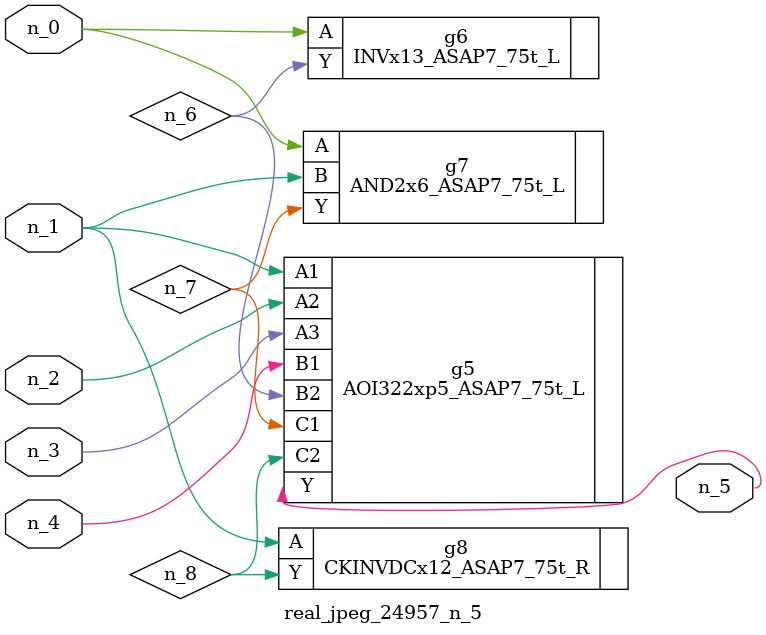
<source format=v>
module real_jpeg_24957_n_5 (n_4, n_0, n_1, n_2, n_3, n_5);

input n_4;
input n_0;
input n_1;
input n_2;
input n_3;

output n_5;

wire n_8;
wire n_6;
wire n_7;

INVx13_ASAP7_75t_L g6 ( 
.A(n_0),
.Y(n_6)
);

AND2x6_ASAP7_75t_L g7 ( 
.A(n_0),
.B(n_1),
.Y(n_7)
);

AOI322xp5_ASAP7_75t_L g5 ( 
.A1(n_1),
.A2(n_2),
.A3(n_3),
.B1(n_4),
.B2(n_6),
.C1(n_7),
.C2(n_8),
.Y(n_5)
);

CKINVDCx12_ASAP7_75t_R g8 ( 
.A(n_1),
.Y(n_8)
);


endmodule
</source>
